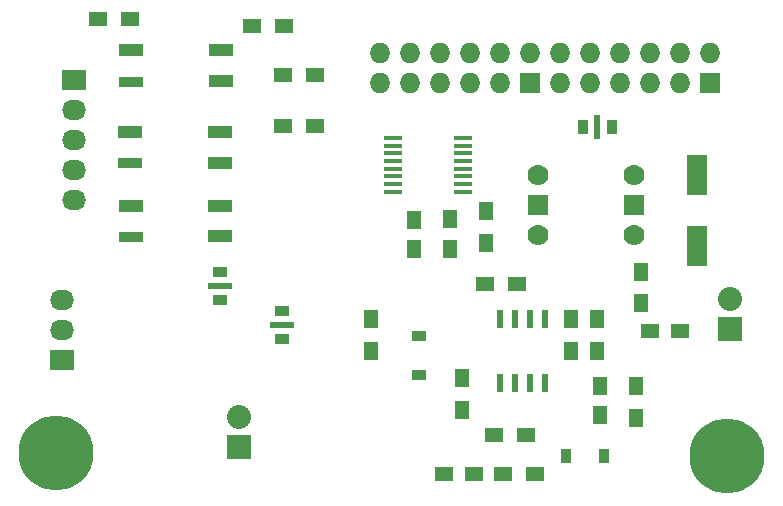
<source format=gts>
G04 #@! TF.FileFunction,Soldermask,Top*
%FSLAX46Y46*%
G04 Gerber Fmt 4.6, Leading zero omitted, Abs format (unit mm)*
G04 Created by KiCad (PCBNEW 4.0.1-stable) date 24/01/2016 09:13:41*
%MOMM*%
G01*
G04 APERTURE LIST*
%ADD10C,0.100000*%
%ADD11R,1.800860X3.500120*%
%ADD12R,1.250000X1.500000*%
%ADD13R,1.500000X1.250000*%
%ADD14R,1.249680X0.899160*%
%ADD15R,1.998980X0.500380*%
%ADD16R,0.899160X1.249680*%
%ADD17R,0.500380X1.998980*%
%ADD18R,2.032000X2.032000*%
%ADD19O,2.032000X2.032000*%
%ADD20R,2.032000X1.727200*%
%ADD21O,2.032000X1.727200*%
%ADD22R,1.727200X1.727200*%
%ADD23O,1.727200X1.727200*%
%ADD24C,1.778000*%
%ADD25R,1.778000X1.778000*%
%ADD26R,1.500000X1.300000*%
%ADD27R,1.300000X1.500000*%
%ADD28R,1.500000X0.450000*%
%ADD29C,6.350000*%
%ADD30R,0.600000X1.550000*%
%ADD31R,0.910000X1.220000*%
%ADD32R,1.220000X0.910000*%
%ADD33R,1.998980X0.899160*%
%ADD34R,1.998980X1.000760*%
G04 APERTURE END LIST*
D10*
D11*
X157800000Y-112550260D03*
X157800000Y-118549740D03*
D12*
X136900000Y-116300000D03*
X136900000Y-118800000D03*
X133900000Y-116350000D03*
X133900000Y-118850000D03*
D13*
X153850000Y-125750000D03*
X156350000Y-125750000D03*
D14*
X117411500Y-120784620D03*
X117411500Y-123182380D03*
D15*
X117411500Y-121983500D03*
D16*
X148201120Y-108500000D03*
X150598880Y-108500000D03*
D17*
X149400000Y-108500000D03*
D14*
X122682000Y-124086620D03*
X122682000Y-126484380D03*
D15*
X122682000Y-125285500D03*
D18*
X160650000Y-125600000D03*
D19*
X160650000Y-123060000D03*
D20*
X104076500Y-128206500D03*
D21*
X104076500Y-125666500D03*
X104076500Y-123126500D03*
D22*
X143700000Y-104800000D03*
D23*
X143700000Y-102260000D03*
X141160000Y-104800000D03*
X141160000Y-102260000D03*
X138620000Y-104800000D03*
X138620000Y-102260000D03*
X136080000Y-104800000D03*
X136080000Y-102260000D03*
X133540000Y-104800000D03*
X133540000Y-102260000D03*
X131000000Y-104800000D03*
X131000000Y-102260000D03*
D22*
X158900000Y-104800000D03*
D23*
X158900000Y-102260000D03*
X156360000Y-104800000D03*
X156360000Y-102260000D03*
X153820000Y-104800000D03*
X153820000Y-102260000D03*
X151280000Y-104800000D03*
X151280000Y-102260000D03*
X148740000Y-104800000D03*
X148740000Y-102260000D03*
X146200000Y-104800000D03*
X146200000Y-102260000D03*
D24*
X152500000Y-117640000D03*
D25*
X152500000Y-115100000D03*
D24*
X152500000Y-112560000D03*
X144350000Y-117690000D03*
D25*
X144350000Y-115150000D03*
D24*
X144350000Y-112610000D03*
D12*
X149650000Y-132900000D03*
X149650000Y-130400000D03*
D18*
X119062500Y-135572500D03*
D19*
X119062500Y-133032500D03*
D26*
X141398000Y-137922000D03*
X144098000Y-137922000D03*
X143336000Y-134620000D03*
X140636000Y-134620000D03*
D27*
X152650000Y-133150000D03*
X152650000Y-130450000D03*
X137900000Y-129800000D03*
X137900000Y-132500000D03*
X130250000Y-124750000D03*
X130250000Y-127450000D03*
X147150000Y-124750000D03*
X147150000Y-127450000D03*
X149350000Y-124750000D03*
X149350000Y-127450000D03*
D26*
X139850000Y-121800000D03*
X142550000Y-121800000D03*
D28*
X132100000Y-109425000D03*
X132100000Y-110075000D03*
X132100000Y-110725000D03*
X132100000Y-111375000D03*
X132100000Y-112025000D03*
X132100000Y-112675000D03*
X132100000Y-113325000D03*
X132100000Y-113975000D03*
X138000000Y-113975000D03*
X138000000Y-113325000D03*
X138000000Y-112675000D03*
X138000000Y-112025000D03*
X138000000Y-111375000D03*
X138000000Y-110725000D03*
X138000000Y-110075000D03*
X138000000Y-109425000D03*
D29*
X103568500Y-136144000D03*
X160400000Y-136400000D03*
D30*
X141145000Y-130200000D03*
X142415000Y-130200000D03*
X143685000Y-130200000D03*
X144955000Y-130200000D03*
X144955000Y-124800000D03*
X143685000Y-124800000D03*
X142415000Y-124800000D03*
X141145000Y-124800000D03*
D13*
X138918000Y-137922000D03*
X136418000Y-137922000D03*
D31*
X146701000Y-136398000D03*
X149971000Y-136398000D03*
D32*
X134250000Y-129485000D03*
X134250000Y-126215000D03*
D27*
X153100000Y-123450000D03*
X153100000Y-120750000D03*
X140000000Y-115600000D03*
X140000000Y-118300000D03*
D20*
X105092500Y-104521000D03*
D21*
X105092500Y-107061000D03*
X105092500Y-109601000D03*
X105092500Y-112141000D03*
X105092500Y-114681000D03*
D26*
X109808000Y-99377500D03*
X107108000Y-99377500D03*
X122825500Y-99949000D03*
X120125500Y-99949000D03*
X125492500Y-104076500D03*
X122792500Y-104076500D03*
X125492500Y-108458000D03*
X122792500Y-108458000D03*
D33*
X109928660Y-104663240D03*
D34*
X109928660Y-102014020D03*
X117528340Y-102014020D03*
X117528340Y-104614980D03*
D33*
X109801660Y-111584740D03*
D34*
X109801660Y-108935520D03*
X117401340Y-108935520D03*
X117401340Y-111536480D03*
D33*
X109865160Y-117807740D03*
D34*
X109865160Y-115158520D03*
X117464840Y-115158520D03*
X117464840Y-117759480D03*
M02*

</source>
